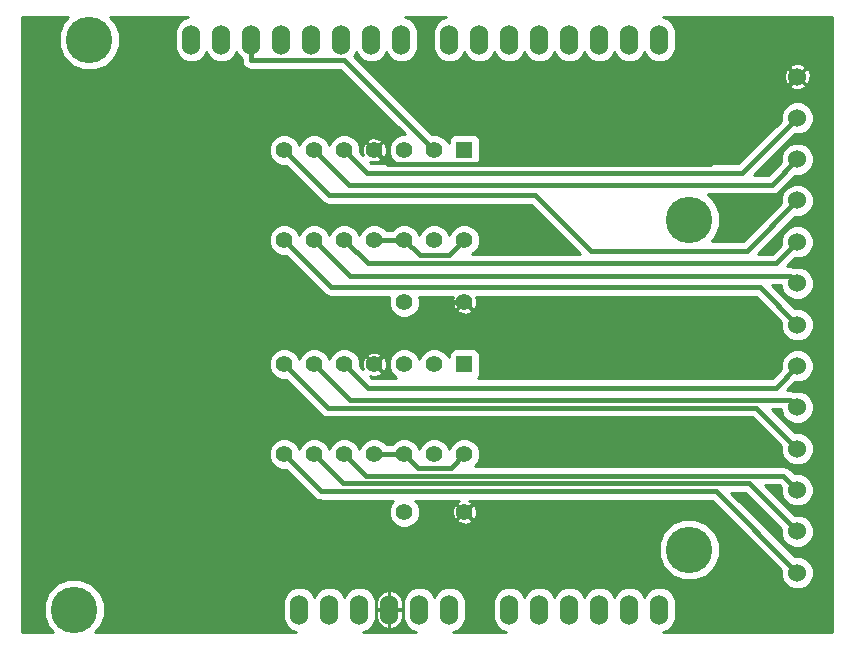
<source format=gtl>
G04 (created by PCBNEW-RS274X (2011-aug-04)-testing) date Mon 24 Sep 2012 03:04:33 PM PDT*
G01*
G70*
G90*
%MOIN*%
G04 Gerber Fmt 3.4, Leading zero omitted, Abs format*
%FSLAX34Y34*%
G04 APERTURE LIST*
%ADD10C,0.006000*%
%ADD11R,0.055000X0.055000*%
%ADD12C,0.055000*%
%ADD13C,0.060000*%
%ADD14O,0.060000X0.100000*%
%ADD15C,0.155000*%
%ADD16C,0.015000*%
%ADD17C,0.010000*%
G04 APERTURE END LIST*
G54D10*
G54D11*
X25000Y-20820D03*
G54D12*
X24000Y-20820D03*
X23000Y-20820D03*
X22000Y-20820D03*
X21000Y-20820D03*
X20000Y-20820D03*
X19000Y-20820D03*
X19000Y-23820D03*
X20000Y-23820D03*
X21000Y-23820D03*
X22000Y-23820D03*
X23000Y-23820D03*
X24000Y-23820D03*
X25000Y-23820D03*
G54D11*
X25000Y-13680D03*
G54D12*
X24000Y-13680D03*
X23000Y-13680D03*
X22000Y-13680D03*
X21000Y-13680D03*
X20000Y-13680D03*
X19000Y-13680D03*
X19000Y-16680D03*
X20000Y-16680D03*
X21000Y-16680D03*
X22000Y-16680D03*
X23000Y-16680D03*
X24000Y-16680D03*
X25000Y-16680D03*
G54D13*
X36101Y-27769D03*
X36100Y-26392D03*
X36099Y-25011D03*
X36100Y-23634D03*
X36100Y-22256D03*
X36100Y-20880D03*
X36100Y-19501D03*
X36099Y-18123D03*
X36099Y-16745D03*
X36099Y-15365D03*
X36098Y-12611D03*
X36099Y-13989D03*
X36099Y-11233D03*
G54D12*
X23000Y-25750D03*
X25000Y-25750D03*
X23000Y-18750D03*
X25000Y-18750D03*
G54D14*
X31500Y-29000D03*
X30500Y-29000D03*
X29500Y-29000D03*
X26500Y-29000D03*
X27500Y-29000D03*
X28500Y-29000D03*
X24500Y-29000D03*
X23500Y-29000D03*
X22500Y-29000D03*
X20500Y-29000D03*
X19500Y-29000D03*
X31500Y-10000D03*
X30500Y-10000D03*
X29500Y-10000D03*
X28500Y-10000D03*
X27500Y-10000D03*
X26500Y-10000D03*
X25500Y-10000D03*
X24500Y-10000D03*
X22900Y-10000D03*
X21900Y-10000D03*
X20900Y-10000D03*
X19900Y-10000D03*
X18900Y-10000D03*
X17900Y-10000D03*
X16900Y-10000D03*
X15900Y-10000D03*
X21500Y-29000D03*
G54D15*
X32500Y-27000D03*
X32500Y-16000D03*
X12500Y-10000D03*
X12000Y-29000D03*
G54D16*
X23515Y-17195D02*
X23000Y-16680D01*
X24485Y-17195D02*
X23515Y-17195D01*
X25000Y-16680D02*
X24485Y-17195D01*
X23000Y-16680D02*
X22000Y-16680D01*
X23000Y-23820D02*
X22000Y-23820D01*
X24541Y-24279D02*
X25000Y-23820D01*
X23459Y-24279D02*
X24541Y-24279D01*
X23000Y-23820D02*
X23459Y-24279D01*
X20226Y-25046D02*
X19000Y-23820D01*
X33378Y-25046D02*
X20226Y-25046D01*
X36101Y-27769D02*
X33378Y-25046D01*
X21713Y-24533D02*
X21000Y-23820D01*
X35621Y-24533D02*
X21713Y-24533D01*
X36099Y-25011D02*
X35621Y-24533D01*
X34494Y-24786D02*
X36100Y-26392D01*
X20966Y-24786D02*
X34494Y-24786D01*
X20000Y-23820D02*
X20966Y-24786D01*
X20449Y-22269D02*
X19000Y-20820D01*
X34735Y-22269D02*
X20449Y-22269D01*
X36100Y-23634D02*
X34735Y-22269D01*
X21782Y-21602D02*
X21000Y-20820D01*
X35378Y-21602D02*
X21782Y-21602D01*
X36100Y-20880D02*
X35378Y-21602D01*
X21183Y-22003D02*
X20000Y-20820D01*
X35847Y-22003D02*
X21183Y-22003D01*
X36100Y-22256D02*
X35847Y-22003D01*
X20568Y-18248D02*
X19000Y-16680D01*
X34847Y-18248D02*
X20568Y-18248D01*
X36100Y-19501D02*
X34847Y-18248D01*
X21785Y-17465D02*
X21000Y-16680D01*
X35379Y-17465D02*
X21785Y-17465D01*
X36099Y-16745D02*
X35379Y-17465D01*
X21190Y-17870D02*
X20000Y-16680D01*
X35846Y-17870D02*
X21190Y-17870D01*
X36099Y-18123D02*
X35846Y-17870D01*
X20500Y-15180D02*
X19000Y-13680D01*
X27360Y-15180D02*
X20500Y-15180D01*
X29215Y-17035D02*
X27360Y-15180D01*
X34429Y-17035D02*
X29215Y-17035D01*
X36099Y-15365D02*
X34429Y-17035D01*
X21769Y-14449D02*
X21000Y-13680D01*
X34260Y-14449D02*
X21769Y-14449D01*
X36098Y-12611D02*
X34260Y-14449D01*
X21157Y-14837D02*
X20000Y-13680D01*
X35251Y-14837D02*
X21157Y-14837D01*
X36099Y-13989D02*
X35251Y-14837D01*
X20998Y-10678D02*
X24000Y-13680D01*
X17900Y-10678D02*
X20998Y-10678D01*
X17900Y-10000D02*
X17900Y-10678D01*
X24070Y-18750D02*
X25000Y-18750D01*
X22000Y-20820D02*
X24070Y-18750D01*
X22454Y-14134D02*
X22000Y-13680D01*
X33198Y-14134D02*
X22454Y-14134D01*
X36099Y-11233D02*
X33198Y-14134D01*
G54D10*
G36*
X37250Y-29750D02*
X36650Y-29750D01*
X36650Y-27878D01*
X36650Y-27660D01*
X36566Y-27458D01*
X36412Y-27304D01*
X36210Y-27220D01*
X36011Y-27220D01*
X33902Y-25111D01*
X34359Y-25111D01*
X35551Y-26303D01*
X35551Y-26501D01*
X35635Y-26703D01*
X35789Y-26857D01*
X35991Y-26941D01*
X36209Y-26941D01*
X36411Y-26857D01*
X36565Y-26703D01*
X36649Y-26501D01*
X36649Y-26283D01*
X36649Y-23743D01*
X36649Y-23525D01*
X36565Y-23323D01*
X36411Y-23169D01*
X36209Y-23085D01*
X36011Y-23085D01*
X35254Y-22328D01*
X35551Y-22328D01*
X35551Y-22365D01*
X35635Y-22567D01*
X35789Y-22721D01*
X35991Y-22805D01*
X36209Y-22805D01*
X36411Y-22721D01*
X36565Y-22567D01*
X36649Y-22365D01*
X36649Y-22147D01*
X36565Y-21945D01*
X36411Y-21791D01*
X36209Y-21707D01*
X35991Y-21707D01*
X35982Y-21710D01*
X35971Y-21703D01*
X35847Y-21678D01*
X35762Y-21678D01*
X36011Y-21429D01*
X36209Y-21429D01*
X36411Y-21345D01*
X36565Y-21191D01*
X36649Y-20989D01*
X36649Y-20771D01*
X36565Y-20569D01*
X36411Y-20415D01*
X36209Y-20331D01*
X35991Y-20331D01*
X35789Y-20415D01*
X35635Y-20569D01*
X35551Y-20771D01*
X35551Y-20969D01*
X35243Y-21277D01*
X25445Y-21277D01*
X25486Y-21236D01*
X25524Y-21145D01*
X25524Y-21046D01*
X25524Y-20496D01*
X25486Y-20404D01*
X25416Y-20334D01*
X25325Y-20296D01*
X25270Y-20296D01*
X25270Y-19027D01*
X25000Y-18757D01*
X24730Y-19027D01*
X24755Y-19096D01*
X24906Y-19164D01*
X25071Y-19168D01*
X25226Y-19109D01*
X25245Y-19096D01*
X25270Y-19027D01*
X25270Y-20296D01*
X25226Y-20296D01*
X24676Y-20296D01*
X24584Y-20334D01*
X24514Y-20404D01*
X24476Y-20495D01*
X24476Y-20594D01*
X24476Y-20597D01*
X24445Y-20523D01*
X24298Y-20375D01*
X24105Y-20295D01*
X23896Y-20295D01*
X23703Y-20375D01*
X23555Y-20522D01*
X23499Y-20655D01*
X23445Y-20523D01*
X23298Y-20375D01*
X23105Y-20295D01*
X22896Y-20295D01*
X22703Y-20375D01*
X22555Y-20522D01*
X22475Y-20715D01*
X22475Y-20924D01*
X22555Y-21117D01*
X22702Y-21265D01*
X22730Y-21277D01*
X22418Y-21277D01*
X22418Y-20749D01*
X22359Y-20594D01*
X22346Y-20575D01*
X22277Y-20550D01*
X22270Y-20557D01*
X22270Y-20543D01*
X22245Y-20474D01*
X22094Y-20406D01*
X21929Y-20402D01*
X21774Y-20461D01*
X21755Y-20474D01*
X21730Y-20543D01*
X22000Y-20813D01*
X22270Y-20543D01*
X22270Y-20557D01*
X22007Y-20820D01*
X22277Y-21090D01*
X22346Y-21065D01*
X22414Y-20914D01*
X22418Y-20749D01*
X22418Y-21277D01*
X21916Y-21277D01*
X21846Y-21207D01*
X21906Y-21234D01*
X22071Y-21238D01*
X22226Y-21179D01*
X22245Y-21166D01*
X22270Y-21097D01*
X22035Y-20862D01*
X22000Y-20827D01*
X21993Y-20820D01*
X21958Y-20785D01*
X21723Y-20550D01*
X21654Y-20575D01*
X21586Y-20726D01*
X21582Y-20891D01*
X21613Y-20974D01*
X21525Y-20885D01*
X21525Y-20716D01*
X21445Y-20523D01*
X21298Y-20375D01*
X21105Y-20295D01*
X20896Y-20295D01*
X20703Y-20375D01*
X20555Y-20522D01*
X20499Y-20655D01*
X20445Y-20523D01*
X20298Y-20375D01*
X20105Y-20295D01*
X19896Y-20295D01*
X19703Y-20375D01*
X19555Y-20522D01*
X19499Y-20655D01*
X19445Y-20523D01*
X19298Y-20375D01*
X19105Y-20295D01*
X18896Y-20295D01*
X18703Y-20375D01*
X18555Y-20522D01*
X18475Y-20715D01*
X18475Y-20924D01*
X18555Y-21117D01*
X18702Y-21265D01*
X18895Y-21345D01*
X19065Y-21345D01*
X20219Y-22499D01*
X20324Y-22569D01*
X20325Y-22569D01*
X20449Y-22594D01*
X34600Y-22594D01*
X35551Y-23545D01*
X35551Y-23743D01*
X35635Y-23945D01*
X35789Y-24099D01*
X35991Y-24183D01*
X36209Y-24183D01*
X36411Y-24099D01*
X36565Y-23945D01*
X36649Y-23743D01*
X36649Y-26283D01*
X36565Y-26081D01*
X36411Y-25927D01*
X36209Y-25843D01*
X36011Y-25843D01*
X35026Y-24858D01*
X35486Y-24858D01*
X35550Y-24922D01*
X35550Y-25120D01*
X35634Y-25322D01*
X35788Y-25476D01*
X35990Y-25560D01*
X36208Y-25560D01*
X36410Y-25476D01*
X36564Y-25322D01*
X36648Y-25120D01*
X36648Y-24902D01*
X36564Y-24700D01*
X36410Y-24546D01*
X36208Y-24462D01*
X36010Y-24462D01*
X35851Y-24303D01*
X35745Y-24233D01*
X35621Y-24208D01*
X25354Y-24208D01*
X25445Y-24118D01*
X25525Y-23925D01*
X25525Y-23716D01*
X25445Y-23523D01*
X25298Y-23375D01*
X25105Y-23295D01*
X24896Y-23295D01*
X24703Y-23375D01*
X24555Y-23522D01*
X24499Y-23655D01*
X24445Y-23523D01*
X24298Y-23375D01*
X24105Y-23295D01*
X23896Y-23295D01*
X23703Y-23375D01*
X23555Y-23522D01*
X23499Y-23655D01*
X23445Y-23523D01*
X23298Y-23375D01*
X23105Y-23295D01*
X22896Y-23295D01*
X22703Y-23375D01*
X22582Y-23495D01*
X22417Y-23495D01*
X22298Y-23375D01*
X22105Y-23295D01*
X21896Y-23295D01*
X21703Y-23375D01*
X21555Y-23522D01*
X21499Y-23655D01*
X21445Y-23523D01*
X21298Y-23375D01*
X21105Y-23295D01*
X20896Y-23295D01*
X20703Y-23375D01*
X20555Y-23522D01*
X20499Y-23655D01*
X20445Y-23523D01*
X20298Y-23375D01*
X20105Y-23295D01*
X19896Y-23295D01*
X19703Y-23375D01*
X19555Y-23522D01*
X19499Y-23655D01*
X19445Y-23523D01*
X19298Y-23375D01*
X19105Y-23295D01*
X18896Y-23295D01*
X18703Y-23375D01*
X18555Y-23522D01*
X18475Y-23715D01*
X18475Y-23924D01*
X18555Y-24117D01*
X18702Y-24265D01*
X18895Y-24345D01*
X19065Y-24345D01*
X19994Y-25273D01*
X19996Y-25276D01*
X20101Y-25345D01*
X20102Y-25346D01*
X20200Y-25365D01*
X20225Y-25371D01*
X20225Y-25370D01*
X20226Y-25371D01*
X22636Y-25371D01*
X22555Y-25452D01*
X22475Y-25645D01*
X22475Y-25854D01*
X22555Y-26047D01*
X22702Y-26195D01*
X22895Y-26275D01*
X23104Y-26275D01*
X23297Y-26195D01*
X23445Y-26048D01*
X23525Y-25855D01*
X23525Y-25646D01*
X23445Y-25453D01*
X23363Y-25371D01*
X24826Y-25371D01*
X24774Y-25391D01*
X24755Y-25404D01*
X24730Y-25473D01*
X25000Y-25743D01*
X25270Y-25473D01*
X25245Y-25404D01*
X25171Y-25371D01*
X33243Y-25371D01*
X35552Y-27679D01*
X35552Y-27878D01*
X35636Y-28080D01*
X35790Y-28234D01*
X35992Y-28318D01*
X36210Y-28318D01*
X36412Y-28234D01*
X36566Y-28080D01*
X36650Y-27878D01*
X36650Y-29750D01*
X33525Y-29750D01*
X33525Y-27205D01*
X33525Y-26797D01*
X33369Y-26420D01*
X33081Y-26132D01*
X32705Y-25975D01*
X32297Y-25975D01*
X31920Y-26131D01*
X31632Y-26419D01*
X31475Y-26795D01*
X31475Y-27203D01*
X31631Y-27580D01*
X31919Y-27868D01*
X32295Y-28025D01*
X32703Y-28025D01*
X33080Y-27869D01*
X33368Y-27581D01*
X33525Y-27205D01*
X33525Y-29750D01*
X31616Y-29750D01*
X31806Y-29672D01*
X31957Y-29520D01*
X32040Y-29322D01*
X32040Y-29107D01*
X32040Y-28679D01*
X31958Y-28480D01*
X31806Y-28329D01*
X31608Y-28246D01*
X31393Y-28246D01*
X31194Y-28328D01*
X31043Y-28480D01*
X31000Y-28582D01*
X30958Y-28480D01*
X30806Y-28329D01*
X30608Y-28246D01*
X30393Y-28246D01*
X30194Y-28328D01*
X30043Y-28480D01*
X30000Y-28582D01*
X29958Y-28480D01*
X29806Y-28329D01*
X29608Y-28246D01*
X29393Y-28246D01*
X29194Y-28328D01*
X29043Y-28480D01*
X29000Y-28582D01*
X28958Y-28480D01*
X28806Y-28329D01*
X28608Y-28246D01*
X28393Y-28246D01*
X28194Y-28328D01*
X28043Y-28480D01*
X28000Y-28582D01*
X27958Y-28480D01*
X27806Y-28329D01*
X27608Y-28246D01*
X27393Y-28246D01*
X27194Y-28328D01*
X27043Y-28480D01*
X27000Y-28582D01*
X26958Y-28480D01*
X26806Y-28329D01*
X26608Y-28246D01*
X26393Y-28246D01*
X26194Y-28328D01*
X26043Y-28480D01*
X25960Y-28678D01*
X25960Y-28893D01*
X25960Y-29321D01*
X26042Y-29520D01*
X26194Y-29671D01*
X26382Y-29750D01*
X25418Y-29750D01*
X25418Y-25679D01*
X25359Y-25524D01*
X25346Y-25505D01*
X25277Y-25480D01*
X25007Y-25750D01*
X25277Y-26020D01*
X25346Y-25995D01*
X25414Y-25844D01*
X25418Y-25679D01*
X25418Y-29750D01*
X25270Y-29750D01*
X25270Y-26027D01*
X25000Y-25757D01*
X24993Y-25764D01*
X24993Y-25750D01*
X24723Y-25480D01*
X24654Y-25505D01*
X24586Y-25656D01*
X24582Y-25821D01*
X24641Y-25976D01*
X24654Y-25995D01*
X24723Y-26020D01*
X24993Y-25750D01*
X24993Y-25764D01*
X24730Y-26027D01*
X24755Y-26096D01*
X24906Y-26164D01*
X25071Y-26168D01*
X25226Y-26109D01*
X25245Y-26096D01*
X25270Y-26027D01*
X25270Y-29750D01*
X24616Y-29750D01*
X24806Y-29672D01*
X24957Y-29520D01*
X25040Y-29322D01*
X25040Y-29107D01*
X25040Y-28679D01*
X24958Y-28480D01*
X24806Y-28329D01*
X24608Y-28246D01*
X24393Y-28246D01*
X24194Y-28328D01*
X24043Y-28480D01*
X24000Y-28582D01*
X23958Y-28480D01*
X23806Y-28329D01*
X23608Y-28246D01*
X23393Y-28246D01*
X23194Y-28328D01*
X23043Y-28480D01*
X22960Y-28678D01*
X22960Y-28893D01*
X22960Y-29321D01*
X23042Y-29520D01*
X23194Y-29671D01*
X23382Y-29750D01*
X22950Y-29750D01*
X22950Y-29295D01*
X22950Y-29005D01*
X22950Y-28995D01*
X22950Y-28705D01*
X22879Y-28540D01*
X22751Y-28415D01*
X22575Y-28357D01*
X22505Y-28388D01*
X22505Y-28995D01*
X22950Y-28995D01*
X22950Y-29005D01*
X22505Y-29005D01*
X22505Y-29612D01*
X22575Y-29643D01*
X22751Y-29585D01*
X22879Y-29460D01*
X22950Y-29295D01*
X22950Y-29750D01*
X22495Y-29750D01*
X22495Y-29612D01*
X22495Y-29005D01*
X22495Y-28995D01*
X22495Y-28388D01*
X22425Y-28357D01*
X22249Y-28415D01*
X22121Y-28540D01*
X22050Y-28705D01*
X22050Y-28995D01*
X22495Y-28995D01*
X22495Y-29005D01*
X22050Y-29005D01*
X22050Y-29295D01*
X22121Y-29460D01*
X22249Y-29585D01*
X22425Y-29643D01*
X22495Y-29612D01*
X22495Y-29750D01*
X21616Y-29750D01*
X21806Y-29672D01*
X21957Y-29520D01*
X22040Y-29322D01*
X22040Y-29107D01*
X22040Y-28679D01*
X21958Y-28480D01*
X21806Y-28329D01*
X21608Y-28246D01*
X21393Y-28246D01*
X21194Y-28328D01*
X21043Y-28480D01*
X21000Y-28582D01*
X20958Y-28480D01*
X20806Y-28329D01*
X20608Y-28246D01*
X20393Y-28246D01*
X20194Y-28328D01*
X20043Y-28480D01*
X20000Y-28582D01*
X19958Y-28480D01*
X19806Y-28329D01*
X19608Y-28246D01*
X19393Y-28246D01*
X19194Y-28328D01*
X19043Y-28480D01*
X18960Y-28678D01*
X18960Y-28893D01*
X18960Y-29321D01*
X19042Y-29520D01*
X19194Y-29671D01*
X19382Y-29750D01*
X12699Y-29750D01*
X12868Y-29581D01*
X13025Y-29205D01*
X13025Y-28797D01*
X12869Y-28420D01*
X12581Y-28132D01*
X12205Y-27975D01*
X11797Y-27975D01*
X11420Y-28131D01*
X11132Y-28419D01*
X10975Y-28795D01*
X10975Y-29203D01*
X11131Y-29580D01*
X11301Y-29750D01*
X10250Y-29750D01*
X10250Y-09250D01*
X11801Y-09250D01*
X11632Y-09419D01*
X11475Y-09795D01*
X11475Y-10203D01*
X11631Y-10580D01*
X11919Y-10868D01*
X12295Y-11025D01*
X12703Y-11025D01*
X13080Y-10869D01*
X13368Y-10581D01*
X13525Y-10205D01*
X13525Y-09797D01*
X13369Y-09420D01*
X13199Y-09250D01*
X15783Y-09250D01*
X15594Y-09328D01*
X15443Y-09480D01*
X15360Y-09678D01*
X15360Y-09893D01*
X15360Y-10321D01*
X15442Y-10520D01*
X15594Y-10671D01*
X15792Y-10754D01*
X16007Y-10754D01*
X16206Y-10672D01*
X16357Y-10520D01*
X16399Y-10417D01*
X16442Y-10520D01*
X16594Y-10671D01*
X16792Y-10754D01*
X17007Y-10754D01*
X17206Y-10672D01*
X17357Y-10520D01*
X17399Y-10417D01*
X17442Y-10520D01*
X17575Y-10652D01*
X17575Y-10678D01*
X17600Y-10802D01*
X17670Y-10908D01*
X17776Y-10978D01*
X17900Y-11003D01*
X20863Y-11003D01*
X23015Y-13155D01*
X22896Y-13155D01*
X22703Y-13235D01*
X22555Y-13382D01*
X22475Y-13575D01*
X22475Y-13784D01*
X22555Y-13977D01*
X22701Y-14124D01*
X22418Y-14124D01*
X22418Y-13609D01*
X22359Y-13454D01*
X22346Y-13435D01*
X22277Y-13410D01*
X22270Y-13417D01*
X22270Y-13403D01*
X22245Y-13334D01*
X22094Y-13266D01*
X21929Y-13262D01*
X21774Y-13321D01*
X21755Y-13334D01*
X21730Y-13403D01*
X22000Y-13673D01*
X22270Y-13403D01*
X22270Y-13417D01*
X22007Y-13680D01*
X22277Y-13950D01*
X22346Y-13925D01*
X22414Y-13774D01*
X22418Y-13609D01*
X22418Y-14124D01*
X21903Y-14124D01*
X21846Y-14067D01*
X21906Y-14094D01*
X22071Y-14098D01*
X22226Y-14039D01*
X22245Y-14026D01*
X22270Y-13957D01*
X22035Y-13722D01*
X22000Y-13687D01*
X21993Y-13680D01*
X21958Y-13645D01*
X21723Y-13410D01*
X21654Y-13435D01*
X21586Y-13586D01*
X21582Y-13751D01*
X21613Y-13834D01*
X21525Y-13745D01*
X21525Y-13576D01*
X21445Y-13383D01*
X21298Y-13235D01*
X21105Y-13155D01*
X20896Y-13155D01*
X20703Y-13235D01*
X20555Y-13382D01*
X20499Y-13515D01*
X20445Y-13383D01*
X20298Y-13235D01*
X20105Y-13155D01*
X19896Y-13155D01*
X19703Y-13235D01*
X19555Y-13382D01*
X19499Y-13515D01*
X19445Y-13383D01*
X19298Y-13235D01*
X19105Y-13155D01*
X18896Y-13155D01*
X18703Y-13235D01*
X18555Y-13382D01*
X18475Y-13575D01*
X18475Y-13784D01*
X18555Y-13977D01*
X18702Y-14125D01*
X18895Y-14205D01*
X19065Y-14205D01*
X20270Y-15410D01*
X20375Y-15480D01*
X20376Y-15480D01*
X20500Y-15505D01*
X27225Y-15505D01*
X28860Y-17140D01*
X25260Y-17140D01*
X25297Y-17125D01*
X25445Y-16978D01*
X25525Y-16785D01*
X25525Y-16576D01*
X25445Y-16383D01*
X25298Y-16235D01*
X25105Y-16155D01*
X24896Y-16155D01*
X24703Y-16235D01*
X24555Y-16382D01*
X24499Y-16515D01*
X24445Y-16383D01*
X24298Y-16235D01*
X24105Y-16155D01*
X23896Y-16155D01*
X23703Y-16235D01*
X23555Y-16382D01*
X23499Y-16515D01*
X23445Y-16383D01*
X23298Y-16235D01*
X23105Y-16155D01*
X22896Y-16155D01*
X22703Y-16235D01*
X22582Y-16355D01*
X22417Y-16355D01*
X22298Y-16235D01*
X22105Y-16155D01*
X21896Y-16155D01*
X21703Y-16235D01*
X21555Y-16382D01*
X21499Y-16515D01*
X21445Y-16383D01*
X21298Y-16235D01*
X21105Y-16155D01*
X20896Y-16155D01*
X20703Y-16235D01*
X20555Y-16382D01*
X20499Y-16515D01*
X20445Y-16383D01*
X20298Y-16235D01*
X20105Y-16155D01*
X19896Y-16155D01*
X19703Y-16235D01*
X19555Y-16382D01*
X19499Y-16515D01*
X19445Y-16383D01*
X19298Y-16235D01*
X19105Y-16155D01*
X18896Y-16155D01*
X18703Y-16235D01*
X18555Y-16382D01*
X18475Y-16575D01*
X18475Y-16784D01*
X18555Y-16977D01*
X18702Y-17125D01*
X18895Y-17205D01*
X19065Y-17205D01*
X20336Y-18475D01*
X20338Y-18478D01*
X20443Y-18547D01*
X20444Y-18548D01*
X20568Y-18573D01*
X22504Y-18573D01*
X22475Y-18645D01*
X22475Y-18854D01*
X22555Y-19047D01*
X22702Y-19195D01*
X22895Y-19275D01*
X23104Y-19275D01*
X23297Y-19195D01*
X23445Y-19048D01*
X23525Y-18855D01*
X23525Y-18646D01*
X23494Y-18573D01*
X24623Y-18573D01*
X24586Y-18656D01*
X24582Y-18821D01*
X24641Y-18976D01*
X24654Y-18995D01*
X24723Y-19020D01*
X24958Y-18785D01*
X24993Y-18750D01*
X25000Y-18743D01*
X25007Y-18750D01*
X25042Y-18785D01*
X25277Y-19020D01*
X25346Y-18995D01*
X25414Y-18844D01*
X25418Y-18679D01*
X25377Y-18573D01*
X34712Y-18573D01*
X35551Y-19412D01*
X35551Y-19610D01*
X35635Y-19812D01*
X35789Y-19966D01*
X35991Y-20050D01*
X36209Y-20050D01*
X36411Y-19966D01*
X36565Y-19812D01*
X36649Y-19610D01*
X36649Y-19392D01*
X36565Y-19190D01*
X36411Y-19036D01*
X36209Y-18952D01*
X36011Y-18952D01*
X35254Y-18195D01*
X35550Y-18195D01*
X35550Y-18232D01*
X35634Y-18434D01*
X35788Y-18588D01*
X35990Y-18672D01*
X36208Y-18672D01*
X36410Y-18588D01*
X36564Y-18434D01*
X36648Y-18232D01*
X36648Y-18014D01*
X36564Y-17812D01*
X36410Y-17658D01*
X36208Y-17574D01*
X35990Y-17574D01*
X35981Y-17577D01*
X35970Y-17570D01*
X35846Y-17545D01*
X35759Y-17545D01*
X36010Y-17294D01*
X36208Y-17294D01*
X36410Y-17210D01*
X36564Y-17056D01*
X36648Y-16854D01*
X36648Y-16636D01*
X36564Y-16434D01*
X36410Y-16280D01*
X36208Y-16196D01*
X35990Y-16196D01*
X35788Y-16280D01*
X35634Y-16434D01*
X35550Y-16636D01*
X35550Y-16834D01*
X35244Y-17140D01*
X34783Y-17140D01*
X36009Y-15914D01*
X36208Y-15914D01*
X36410Y-15830D01*
X36564Y-15676D01*
X36648Y-15474D01*
X36648Y-15256D01*
X36564Y-15054D01*
X36410Y-14900D01*
X36208Y-14816D01*
X35990Y-14816D01*
X35788Y-14900D01*
X35634Y-15054D01*
X35550Y-15256D01*
X35550Y-15454D01*
X34294Y-16710D01*
X33239Y-16710D01*
X33368Y-16581D01*
X33525Y-16205D01*
X33525Y-15797D01*
X33369Y-15420D01*
X33111Y-15162D01*
X35251Y-15162D01*
X35375Y-15137D01*
X35481Y-15067D01*
X36010Y-14538D01*
X36208Y-14538D01*
X36410Y-14454D01*
X36564Y-14300D01*
X36648Y-14098D01*
X36648Y-13880D01*
X36564Y-13678D01*
X36410Y-13524D01*
X36208Y-13440D01*
X35990Y-13440D01*
X35788Y-13524D01*
X35634Y-13678D01*
X35550Y-13880D01*
X35550Y-14078D01*
X35116Y-14512D01*
X34657Y-14512D01*
X36009Y-13160D01*
X36207Y-13160D01*
X36409Y-13076D01*
X36563Y-12922D01*
X36647Y-12720D01*
X36647Y-12502D01*
X36563Y-12300D01*
X36543Y-12280D01*
X36543Y-11158D01*
X36481Y-10994D01*
X36465Y-10973D01*
X36394Y-10945D01*
X36387Y-10952D01*
X36387Y-10938D01*
X36359Y-10867D01*
X36199Y-10795D01*
X36024Y-10789D01*
X35860Y-10851D01*
X35839Y-10867D01*
X35811Y-10938D01*
X36099Y-11226D01*
X36387Y-10938D01*
X36387Y-10952D01*
X36106Y-11233D01*
X36394Y-11521D01*
X36465Y-11493D01*
X36537Y-11333D01*
X36543Y-11158D01*
X36543Y-12280D01*
X36409Y-12146D01*
X36387Y-12136D01*
X36387Y-11528D01*
X36099Y-11240D01*
X36092Y-11247D01*
X36092Y-11233D01*
X35804Y-10945D01*
X35733Y-10973D01*
X35661Y-11133D01*
X35655Y-11308D01*
X35717Y-11472D01*
X35733Y-11493D01*
X35804Y-11521D01*
X36092Y-11233D01*
X36092Y-11247D01*
X35811Y-11528D01*
X35839Y-11599D01*
X35999Y-11671D01*
X36174Y-11677D01*
X36338Y-11615D01*
X36359Y-11599D01*
X36387Y-11528D01*
X36387Y-12136D01*
X36207Y-12062D01*
X35989Y-12062D01*
X35787Y-12146D01*
X35633Y-12300D01*
X35549Y-12502D01*
X35549Y-12700D01*
X34125Y-14124D01*
X25458Y-14124D01*
X25486Y-14096D01*
X25524Y-14005D01*
X25524Y-13906D01*
X25524Y-13356D01*
X25486Y-13264D01*
X25416Y-13194D01*
X25325Y-13156D01*
X25226Y-13156D01*
X24676Y-13156D01*
X24584Y-13194D01*
X24514Y-13264D01*
X24476Y-13355D01*
X24476Y-13454D01*
X24476Y-13457D01*
X24445Y-13383D01*
X24298Y-13235D01*
X24105Y-13155D01*
X23934Y-13155D01*
X21328Y-10548D01*
X21357Y-10520D01*
X21399Y-10417D01*
X21442Y-10520D01*
X21594Y-10671D01*
X21792Y-10754D01*
X22007Y-10754D01*
X22206Y-10672D01*
X22357Y-10520D01*
X22399Y-10417D01*
X22442Y-10520D01*
X22594Y-10671D01*
X22792Y-10754D01*
X23007Y-10754D01*
X23206Y-10672D01*
X23357Y-10520D01*
X23440Y-10322D01*
X23440Y-10107D01*
X23440Y-09679D01*
X23358Y-09480D01*
X23206Y-09329D01*
X23017Y-09250D01*
X24383Y-09250D01*
X24194Y-09328D01*
X24043Y-09480D01*
X23960Y-09678D01*
X23960Y-09893D01*
X23960Y-10321D01*
X24042Y-10520D01*
X24194Y-10671D01*
X24392Y-10754D01*
X24607Y-10754D01*
X24806Y-10672D01*
X24957Y-10520D01*
X24999Y-10417D01*
X25042Y-10520D01*
X25194Y-10671D01*
X25392Y-10754D01*
X25607Y-10754D01*
X25806Y-10672D01*
X25957Y-10520D01*
X25999Y-10417D01*
X26042Y-10520D01*
X26194Y-10671D01*
X26392Y-10754D01*
X26607Y-10754D01*
X26806Y-10672D01*
X26957Y-10520D01*
X26999Y-10417D01*
X27042Y-10520D01*
X27194Y-10671D01*
X27392Y-10754D01*
X27607Y-10754D01*
X27806Y-10672D01*
X27957Y-10520D01*
X27999Y-10417D01*
X28042Y-10520D01*
X28194Y-10671D01*
X28392Y-10754D01*
X28607Y-10754D01*
X28806Y-10672D01*
X28957Y-10520D01*
X28999Y-10417D01*
X29042Y-10520D01*
X29194Y-10671D01*
X29392Y-10754D01*
X29607Y-10754D01*
X29806Y-10672D01*
X29957Y-10520D01*
X29999Y-10417D01*
X30042Y-10520D01*
X30194Y-10671D01*
X30392Y-10754D01*
X30607Y-10754D01*
X30806Y-10672D01*
X30957Y-10520D01*
X30999Y-10417D01*
X31042Y-10520D01*
X31194Y-10671D01*
X31392Y-10754D01*
X31607Y-10754D01*
X31806Y-10672D01*
X31957Y-10520D01*
X32040Y-10322D01*
X32040Y-10107D01*
X32040Y-09679D01*
X31958Y-09480D01*
X31806Y-09329D01*
X31617Y-09250D01*
X37250Y-09250D01*
X37250Y-29750D01*
X37250Y-29750D01*
G37*
G54D17*
X37250Y-29750D02*
X36650Y-29750D01*
X36650Y-27878D01*
X36650Y-27660D01*
X36566Y-27458D01*
X36412Y-27304D01*
X36210Y-27220D01*
X36011Y-27220D01*
X33902Y-25111D01*
X34359Y-25111D01*
X35551Y-26303D01*
X35551Y-26501D01*
X35635Y-26703D01*
X35789Y-26857D01*
X35991Y-26941D01*
X36209Y-26941D01*
X36411Y-26857D01*
X36565Y-26703D01*
X36649Y-26501D01*
X36649Y-26283D01*
X36649Y-23743D01*
X36649Y-23525D01*
X36565Y-23323D01*
X36411Y-23169D01*
X36209Y-23085D01*
X36011Y-23085D01*
X35254Y-22328D01*
X35551Y-22328D01*
X35551Y-22365D01*
X35635Y-22567D01*
X35789Y-22721D01*
X35991Y-22805D01*
X36209Y-22805D01*
X36411Y-22721D01*
X36565Y-22567D01*
X36649Y-22365D01*
X36649Y-22147D01*
X36565Y-21945D01*
X36411Y-21791D01*
X36209Y-21707D01*
X35991Y-21707D01*
X35982Y-21710D01*
X35971Y-21703D01*
X35847Y-21678D01*
X35762Y-21678D01*
X36011Y-21429D01*
X36209Y-21429D01*
X36411Y-21345D01*
X36565Y-21191D01*
X36649Y-20989D01*
X36649Y-20771D01*
X36565Y-20569D01*
X36411Y-20415D01*
X36209Y-20331D01*
X35991Y-20331D01*
X35789Y-20415D01*
X35635Y-20569D01*
X35551Y-20771D01*
X35551Y-20969D01*
X35243Y-21277D01*
X25445Y-21277D01*
X25486Y-21236D01*
X25524Y-21145D01*
X25524Y-21046D01*
X25524Y-20496D01*
X25486Y-20404D01*
X25416Y-20334D01*
X25325Y-20296D01*
X25270Y-20296D01*
X25270Y-19027D01*
X25000Y-18757D01*
X24730Y-19027D01*
X24755Y-19096D01*
X24906Y-19164D01*
X25071Y-19168D01*
X25226Y-19109D01*
X25245Y-19096D01*
X25270Y-19027D01*
X25270Y-20296D01*
X25226Y-20296D01*
X24676Y-20296D01*
X24584Y-20334D01*
X24514Y-20404D01*
X24476Y-20495D01*
X24476Y-20594D01*
X24476Y-20597D01*
X24445Y-20523D01*
X24298Y-20375D01*
X24105Y-20295D01*
X23896Y-20295D01*
X23703Y-20375D01*
X23555Y-20522D01*
X23499Y-20655D01*
X23445Y-20523D01*
X23298Y-20375D01*
X23105Y-20295D01*
X22896Y-20295D01*
X22703Y-20375D01*
X22555Y-20522D01*
X22475Y-20715D01*
X22475Y-20924D01*
X22555Y-21117D01*
X22702Y-21265D01*
X22730Y-21277D01*
X22418Y-21277D01*
X22418Y-20749D01*
X22359Y-20594D01*
X22346Y-20575D01*
X22277Y-20550D01*
X22270Y-20557D01*
X22270Y-20543D01*
X22245Y-20474D01*
X22094Y-20406D01*
X21929Y-20402D01*
X21774Y-20461D01*
X21755Y-20474D01*
X21730Y-20543D01*
X22000Y-20813D01*
X22270Y-20543D01*
X22270Y-20557D01*
X22007Y-20820D01*
X22277Y-21090D01*
X22346Y-21065D01*
X22414Y-20914D01*
X22418Y-20749D01*
X22418Y-21277D01*
X21916Y-21277D01*
X21846Y-21207D01*
X21906Y-21234D01*
X22071Y-21238D01*
X22226Y-21179D01*
X22245Y-21166D01*
X22270Y-21097D01*
X22035Y-20862D01*
X22000Y-20827D01*
X21993Y-20820D01*
X21958Y-20785D01*
X21723Y-20550D01*
X21654Y-20575D01*
X21586Y-20726D01*
X21582Y-20891D01*
X21613Y-20974D01*
X21525Y-20885D01*
X21525Y-20716D01*
X21445Y-20523D01*
X21298Y-20375D01*
X21105Y-20295D01*
X20896Y-20295D01*
X20703Y-20375D01*
X20555Y-20522D01*
X20499Y-20655D01*
X20445Y-20523D01*
X20298Y-20375D01*
X20105Y-20295D01*
X19896Y-20295D01*
X19703Y-20375D01*
X19555Y-20522D01*
X19499Y-20655D01*
X19445Y-20523D01*
X19298Y-20375D01*
X19105Y-20295D01*
X18896Y-20295D01*
X18703Y-20375D01*
X18555Y-20522D01*
X18475Y-20715D01*
X18475Y-20924D01*
X18555Y-21117D01*
X18702Y-21265D01*
X18895Y-21345D01*
X19065Y-21345D01*
X20219Y-22499D01*
X20324Y-22569D01*
X20325Y-22569D01*
X20449Y-22594D01*
X34600Y-22594D01*
X35551Y-23545D01*
X35551Y-23743D01*
X35635Y-23945D01*
X35789Y-24099D01*
X35991Y-24183D01*
X36209Y-24183D01*
X36411Y-24099D01*
X36565Y-23945D01*
X36649Y-23743D01*
X36649Y-26283D01*
X36565Y-26081D01*
X36411Y-25927D01*
X36209Y-25843D01*
X36011Y-25843D01*
X35026Y-24858D01*
X35486Y-24858D01*
X35550Y-24922D01*
X35550Y-25120D01*
X35634Y-25322D01*
X35788Y-25476D01*
X35990Y-25560D01*
X36208Y-25560D01*
X36410Y-25476D01*
X36564Y-25322D01*
X36648Y-25120D01*
X36648Y-24902D01*
X36564Y-24700D01*
X36410Y-24546D01*
X36208Y-24462D01*
X36010Y-24462D01*
X35851Y-24303D01*
X35745Y-24233D01*
X35621Y-24208D01*
X25354Y-24208D01*
X25445Y-24118D01*
X25525Y-23925D01*
X25525Y-23716D01*
X25445Y-23523D01*
X25298Y-23375D01*
X25105Y-23295D01*
X24896Y-23295D01*
X24703Y-23375D01*
X24555Y-23522D01*
X24499Y-23655D01*
X24445Y-23523D01*
X24298Y-23375D01*
X24105Y-23295D01*
X23896Y-23295D01*
X23703Y-23375D01*
X23555Y-23522D01*
X23499Y-23655D01*
X23445Y-23523D01*
X23298Y-23375D01*
X23105Y-23295D01*
X22896Y-23295D01*
X22703Y-23375D01*
X22582Y-23495D01*
X22417Y-23495D01*
X22298Y-23375D01*
X22105Y-23295D01*
X21896Y-23295D01*
X21703Y-23375D01*
X21555Y-23522D01*
X21499Y-23655D01*
X21445Y-23523D01*
X21298Y-23375D01*
X21105Y-23295D01*
X20896Y-23295D01*
X20703Y-23375D01*
X20555Y-23522D01*
X20499Y-23655D01*
X20445Y-23523D01*
X20298Y-23375D01*
X20105Y-23295D01*
X19896Y-23295D01*
X19703Y-23375D01*
X19555Y-23522D01*
X19499Y-23655D01*
X19445Y-23523D01*
X19298Y-23375D01*
X19105Y-23295D01*
X18896Y-23295D01*
X18703Y-23375D01*
X18555Y-23522D01*
X18475Y-23715D01*
X18475Y-23924D01*
X18555Y-24117D01*
X18702Y-24265D01*
X18895Y-24345D01*
X19065Y-24345D01*
X19994Y-25273D01*
X19996Y-25276D01*
X20101Y-25345D01*
X20102Y-25346D01*
X20200Y-25365D01*
X20225Y-25371D01*
X20225Y-25370D01*
X20226Y-25371D01*
X22636Y-25371D01*
X22555Y-25452D01*
X22475Y-25645D01*
X22475Y-25854D01*
X22555Y-26047D01*
X22702Y-26195D01*
X22895Y-26275D01*
X23104Y-26275D01*
X23297Y-26195D01*
X23445Y-26048D01*
X23525Y-25855D01*
X23525Y-25646D01*
X23445Y-25453D01*
X23363Y-25371D01*
X24826Y-25371D01*
X24774Y-25391D01*
X24755Y-25404D01*
X24730Y-25473D01*
X25000Y-25743D01*
X25270Y-25473D01*
X25245Y-25404D01*
X25171Y-25371D01*
X33243Y-25371D01*
X35552Y-27679D01*
X35552Y-27878D01*
X35636Y-28080D01*
X35790Y-28234D01*
X35992Y-28318D01*
X36210Y-28318D01*
X36412Y-28234D01*
X36566Y-28080D01*
X36650Y-27878D01*
X36650Y-29750D01*
X33525Y-29750D01*
X33525Y-27205D01*
X33525Y-26797D01*
X33369Y-26420D01*
X33081Y-26132D01*
X32705Y-25975D01*
X32297Y-25975D01*
X31920Y-26131D01*
X31632Y-26419D01*
X31475Y-26795D01*
X31475Y-27203D01*
X31631Y-27580D01*
X31919Y-27868D01*
X32295Y-28025D01*
X32703Y-28025D01*
X33080Y-27869D01*
X33368Y-27581D01*
X33525Y-27205D01*
X33525Y-29750D01*
X31616Y-29750D01*
X31806Y-29672D01*
X31957Y-29520D01*
X32040Y-29322D01*
X32040Y-29107D01*
X32040Y-28679D01*
X31958Y-28480D01*
X31806Y-28329D01*
X31608Y-28246D01*
X31393Y-28246D01*
X31194Y-28328D01*
X31043Y-28480D01*
X31000Y-28582D01*
X30958Y-28480D01*
X30806Y-28329D01*
X30608Y-28246D01*
X30393Y-28246D01*
X30194Y-28328D01*
X30043Y-28480D01*
X30000Y-28582D01*
X29958Y-28480D01*
X29806Y-28329D01*
X29608Y-28246D01*
X29393Y-28246D01*
X29194Y-28328D01*
X29043Y-28480D01*
X29000Y-28582D01*
X28958Y-28480D01*
X28806Y-28329D01*
X28608Y-28246D01*
X28393Y-28246D01*
X28194Y-28328D01*
X28043Y-28480D01*
X28000Y-28582D01*
X27958Y-28480D01*
X27806Y-28329D01*
X27608Y-28246D01*
X27393Y-28246D01*
X27194Y-28328D01*
X27043Y-28480D01*
X27000Y-28582D01*
X26958Y-28480D01*
X26806Y-28329D01*
X26608Y-28246D01*
X26393Y-28246D01*
X26194Y-28328D01*
X26043Y-28480D01*
X25960Y-28678D01*
X25960Y-28893D01*
X25960Y-29321D01*
X26042Y-29520D01*
X26194Y-29671D01*
X26382Y-29750D01*
X25418Y-29750D01*
X25418Y-25679D01*
X25359Y-25524D01*
X25346Y-25505D01*
X25277Y-25480D01*
X25007Y-25750D01*
X25277Y-26020D01*
X25346Y-25995D01*
X25414Y-25844D01*
X25418Y-25679D01*
X25418Y-29750D01*
X25270Y-29750D01*
X25270Y-26027D01*
X25000Y-25757D01*
X24993Y-25764D01*
X24993Y-25750D01*
X24723Y-25480D01*
X24654Y-25505D01*
X24586Y-25656D01*
X24582Y-25821D01*
X24641Y-25976D01*
X24654Y-25995D01*
X24723Y-26020D01*
X24993Y-25750D01*
X24993Y-25764D01*
X24730Y-26027D01*
X24755Y-26096D01*
X24906Y-26164D01*
X25071Y-26168D01*
X25226Y-26109D01*
X25245Y-26096D01*
X25270Y-26027D01*
X25270Y-29750D01*
X24616Y-29750D01*
X24806Y-29672D01*
X24957Y-29520D01*
X25040Y-29322D01*
X25040Y-29107D01*
X25040Y-28679D01*
X24958Y-28480D01*
X24806Y-28329D01*
X24608Y-28246D01*
X24393Y-28246D01*
X24194Y-28328D01*
X24043Y-28480D01*
X24000Y-28582D01*
X23958Y-28480D01*
X23806Y-28329D01*
X23608Y-28246D01*
X23393Y-28246D01*
X23194Y-28328D01*
X23043Y-28480D01*
X22960Y-28678D01*
X22960Y-28893D01*
X22960Y-29321D01*
X23042Y-29520D01*
X23194Y-29671D01*
X23382Y-29750D01*
X22950Y-29750D01*
X22950Y-29295D01*
X22950Y-29005D01*
X22950Y-28995D01*
X22950Y-28705D01*
X22879Y-28540D01*
X22751Y-28415D01*
X22575Y-28357D01*
X22505Y-28388D01*
X22505Y-28995D01*
X22950Y-28995D01*
X22950Y-29005D01*
X22505Y-29005D01*
X22505Y-29612D01*
X22575Y-29643D01*
X22751Y-29585D01*
X22879Y-29460D01*
X22950Y-29295D01*
X22950Y-29750D01*
X22495Y-29750D01*
X22495Y-29612D01*
X22495Y-29005D01*
X22495Y-28995D01*
X22495Y-28388D01*
X22425Y-28357D01*
X22249Y-28415D01*
X22121Y-28540D01*
X22050Y-28705D01*
X22050Y-28995D01*
X22495Y-28995D01*
X22495Y-29005D01*
X22050Y-29005D01*
X22050Y-29295D01*
X22121Y-29460D01*
X22249Y-29585D01*
X22425Y-29643D01*
X22495Y-29612D01*
X22495Y-29750D01*
X21616Y-29750D01*
X21806Y-29672D01*
X21957Y-29520D01*
X22040Y-29322D01*
X22040Y-29107D01*
X22040Y-28679D01*
X21958Y-28480D01*
X21806Y-28329D01*
X21608Y-28246D01*
X21393Y-28246D01*
X21194Y-28328D01*
X21043Y-28480D01*
X21000Y-28582D01*
X20958Y-28480D01*
X20806Y-28329D01*
X20608Y-28246D01*
X20393Y-28246D01*
X20194Y-28328D01*
X20043Y-28480D01*
X20000Y-28582D01*
X19958Y-28480D01*
X19806Y-28329D01*
X19608Y-28246D01*
X19393Y-28246D01*
X19194Y-28328D01*
X19043Y-28480D01*
X18960Y-28678D01*
X18960Y-28893D01*
X18960Y-29321D01*
X19042Y-29520D01*
X19194Y-29671D01*
X19382Y-29750D01*
X12699Y-29750D01*
X12868Y-29581D01*
X13025Y-29205D01*
X13025Y-28797D01*
X12869Y-28420D01*
X12581Y-28132D01*
X12205Y-27975D01*
X11797Y-27975D01*
X11420Y-28131D01*
X11132Y-28419D01*
X10975Y-28795D01*
X10975Y-29203D01*
X11131Y-29580D01*
X11301Y-29750D01*
X10250Y-29750D01*
X10250Y-09250D01*
X11801Y-09250D01*
X11632Y-09419D01*
X11475Y-09795D01*
X11475Y-10203D01*
X11631Y-10580D01*
X11919Y-10868D01*
X12295Y-11025D01*
X12703Y-11025D01*
X13080Y-10869D01*
X13368Y-10581D01*
X13525Y-10205D01*
X13525Y-09797D01*
X13369Y-09420D01*
X13199Y-09250D01*
X15783Y-09250D01*
X15594Y-09328D01*
X15443Y-09480D01*
X15360Y-09678D01*
X15360Y-09893D01*
X15360Y-10321D01*
X15442Y-10520D01*
X15594Y-10671D01*
X15792Y-10754D01*
X16007Y-10754D01*
X16206Y-10672D01*
X16357Y-10520D01*
X16399Y-10417D01*
X16442Y-10520D01*
X16594Y-10671D01*
X16792Y-10754D01*
X17007Y-10754D01*
X17206Y-10672D01*
X17357Y-10520D01*
X17399Y-10417D01*
X17442Y-10520D01*
X17575Y-10652D01*
X17575Y-10678D01*
X17600Y-10802D01*
X17670Y-10908D01*
X17776Y-10978D01*
X17900Y-11003D01*
X20863Y-11003D01*
X23015Y-13155D01*
X22896Y-13155D01*
X22703Y-13235D01*
X22555Y-13382D01*
X22475Y-13575D01*
X22475Y-13784D01*
X22555Y-13977D01*
X22701Y-14124D01*
X22418Y-14124D01*
X22418Y-13609D01*
X22359Y-13454D01*
X22346Y-13435D01*
X22277Y-13410D01*
X22270Y-13417D01*
X22270Y-13403D01*
X22245Y-13334D01*
X22094Y-13266D01*
X21929Y-13262D01*
X21774Y-13321D01*
X21755Y-13334D01*
X21730Y-13403D01*
X22000Y-13673D01*
X22270Y-13403D01*
X22270Y-13417D01*
X22007Y-13680D01*
X22277Y-13950D01*
X22346Y-13925D01*
X22414Y-13774D01*
X22418Y-13609D01*
X22418Y-14124D01*
X21903Y-14124D01*
X21846Y-14067D01*
X21906Y-14094D01*
X22071Y-14098D01*
X22226Y-14039D01*
X22245Y-14026D01*
X22270Y-13957D01*
X22035Y-13722D01*
X22000Y-13687D01*
X21993Y-13680D01*
X21958Y-13645D01*
X21723Y-13410D01*
X21654Y-13435D01*
X21586Y-13586D01*
X21582Y-13751D01*
X21613Y-13834D01*
X21525Y-13745D01*
X21525Y-13576D01*
X21445Y-13383D01*
X21298Y-13235D01*
X21105Y-13155D01*
X20896Y-13155D01*
X20703Y-13235D01*
X20555Y-13382D01*
X20499Y-13515D01*
X20445Y-13383D01*
X20298Y-13235D01*
X20105Y-13155D01*
X19896Y-13155D01*
X19703Y-13235D01*
X19555Y-13382D01*
X19499Y-13515D01*
X19445Y-13383D01*
X19298Y-13235D01*
X19105Y-13155D01*
X18896Y-13155D01*
X18703Y-13235D01*
X18555Y-13382D01*
X18475Y-13575D01*
X18475Y-13784D01*
X18555Y-13977D01*
X18702Y-14125D01*
X18895Y-14205D01*
X19065Y-14205D01*
X20270Y-15410D01*
X20375Y-15480D01*
X20376Y-15480D01*
X20500Y-15505D01*
X27225Y-15505D01*
X28860Y-17140D01*
X25260Y-17140D01*
X25297Y-17125D01*
X25445Y-16978D01*
X25525Y-16785D01*
X25525Y-16576D01*
X25445Y-16383D01*
X25298Y-16235D01*
X25105Y-16155D01*
X24896Y-16155D01*
X24703Y-16235D01*
X24555Y-16382D01*
X24499Y-16515D01*
X24445Y-16383D01*
X24298Y-16235D01*
X24105Y-16155D01*
X23896Y-16155D01*
X23703Y-16235D01*
X23555Y-16382D01*
X23499Y-16515D01*
X23445Y-16383D01*
X23298Y-16235D01*
X23105Y-16155D01*
X22896Y-16155D01*
X22703Y-16235D01*
X22582Y-16355D01*
X22417Y-16355D01*
X22298Y-16235D01*
X22105Y-16155D01*
X21896Y-16155D01*
X21703Y-16235D01*
X21555Y-16382D01*
X21499Y-16515D01*
X21445Y-16383D01*
X21298Y-16235D01*
X21105Y-16155D01*
X20896Y-16155D01*
X20703Y-16235D01*
X20555Y-16382D01*
X20499Y-16515D01*
X20445Y-16383D01*
X20298Y-16235D01*
X20105Y-16155D01*
X19896Y-16155D01*
X19703Y-16235D01*
X19555Y-16382D01*
X19499Y-16515D01*
X19445Y-16383D01*
X19298Y-16235D01*
X19105Y-16155D01*
X18896Y-16155D01*
X18703Y-16235D01*
X18555Y-16382D01*
X18475Y-16575D01*
X18475Y-16784D01*
X18555Y-16977D01*
X18702Y-17125D01*
X18895Y-17205D01*
X19065Y-17205D01*
X20336Y-18475D01*
X20338Y-18478D01*
X20443Y-18547D01*
X20444Y-18548D01*
X20568Y-18573D01*
X22504Y-18573D01*
X22475Y-18645D01*
X22475Y-18854D01*
X22555Y-19047D01*
X22702Y-19195D01*
X22895Y-19275D01*
X23104Y-19275D01*
X23297Y-19195D01*
X23445Y-19048D01*
X23525Y-18855D01*
X23525Y-18646D01*
X23494Y-18573D01*
X24623Y-18573D01*
X24586Y-18656D01*
X24582Y-18821D01*
X24641Y-18976D01*
X24654Y-18995D01*
X24723Y-19020D01*
X24958Y-18785D01*
X24993Y-18750D01*
X25000Y-18743D01*
X25007Y-18750D01*
X25042Y-18785D01*
X25277Y-19020D01*
X25346Y-18995D01*
X25414Y-18844D01*
X25418Y-18679D01*
X25377Y-18573D01*
X34712Y-18573D01*
X35551Y-19412D01*
X35551Y-19610D01*
X35635Y-19812D01*
X35789Y-19966D01*
X35991Y-20050D01*
X36209Y-20050D01*
X36411Y-19966D01*
X36565Y-19812D01*
X36649Y-19610D01*
X36649Y-19392D01*
X36565Y-19190D01*
X36411Y-19036D01*
X36209Y-18952D01*
X36011Y-18952D01*
X35254Y-18195D01*
X35550Y-18195D01*
X35550Y-18232D01*
X35634Y-18434D01*
X35788Y-18588D01*
X35990Y-18672D01*
X36208Y-18672D01*
X36410Y-18588D01*
X36564Y-18434D01*
X36648Y-18232D01*
X36648Y-18014D01*
X36564Y-17812D01*
X36410Y-17658D01*
X36208Y-17574D01*
X35990Y-17574D01*
X35981Y-17577D01*
X35970Y-17570D01*
X35846Y-17545D01*
X35759Y-17545D01*
X36010Y-17294D01*
X36208Y-17294D01*
X36410Y-17210D01*
X36564Y-17056D01*
X36648Y-16854D01*
X36648Y-16636D01*
X36564Y-16434D01*
X36410Y-16280D01*
X36208Y-16196D01*
X35990Y-16196D01*
X35788Y-16280D01*
X35634Y-16434D01*
X35550Y-16636D01*
X35550Y-16834D01*
X35244Y-17140D01*
X34783Y-17140D01*
X36009Y-15914D01*
X36208Y-15914D01*
X36410Y-15830D01*
X36564Y-15676D01*
X36648Y-15474D01*
X36648Y-15256D01*
X36564Y-15054D01*
X36410Y-14900D01*
X36208Y-14816D01*
X35990Y-14816D01*
X35788Y-14900D01*
X35634Y-15054D01*
X35550Y-15256D01*
X35550Y-15454D01*
X34294Y-16710D01*
X33239Y-16710D01*
X33368Y-16581D01*
X33525Y-16205D01*
X33525Y-15797D01*
X33369Y-15420D01*
X33111Y-15162D01*
X35251Y-15162D01*
X35375Y-15137D01*
X35481Y-15067D01*
X36010Y-14538D01*
X36208Y-14538D01*
X36410Y-14454D01*
X36564Y-14300D01*
X36648Y-14098D01*
X36648Y-13880D01*
X36564Y-13678D01*
X36410Y-13524D01*
X36208Y-13440D01*
X35990Y-13440D01*
X35788Y-13524D01*
X35634Y-13678D01*
X35550Y-13880D01*
X35550Y-14078D01*
X35116Y-14512D01*
X34657Y-14512D01*
X36009Y-13160D01*
X36207Y-13160D01*
X36409Y-13076D01*
X36563Y-12922D01*
X36647Y-12720D01*
X36647Y-12502D01*
X36563Y-12300D01*
X36543Y-12280D01*
X36543Y-11158D01*
X36481Y-10994D01*
X36465Y-10973D01*
X36394Y-10945D01*
X36387Y-10952D01*
X36387Y-10938D01*
X36359Y-10867D01*
X36199Y-10795D01*
X36024Y-10789D01*
X35860Y-10851D01*
X35839Y-10867D01*
X35811Y-10938D01*
X36099Y-11226D01*
X36387Y-10938D01*
X36387Y-10952D01*
X36106Y-11233D01*
X36394Y-11521D01*
X36465Y-11493D01*
X36537Y-11333D01*
X36543Y-11158D01*
X36543Y-12280D01*
X36409Y-12146D01*
X36387Y-12136D01*
X36387Y-11528D01*
X36099Y-11240D01*
X36092Y-11247D01*
X36092Y-11233D01*
X35804Y-10945D01*
X35733Y-10973D01*
X35661Y-11133D01*
X35655Y-11308D01*
X35717Y-11472D01*
X35733Y-11493D01*
X35804Y-11521D01*
X36092Y-11233D01*
X36092Y-11247D01*
X35811Y-11528D01*
X35839Y-11599D01*
X35999Y-11671D01*
X36174Y-11677D01*
X36338Y-11615D01*
X36359Y-11599D01*
X36387Y-11528D01*
X36387Y-12136D01*
X36207Y-12062D01*
X35989Y-12062D01*
X35787Y-12146D01*
X35633Y-12300D01*
X35549Y-12502D01*
X35549Y-12700D01*
X34125Y-14124D01*
X25458Y-14124D01*
X25486Y-14096D01*
X25524Y-14005D01*
X25524Y-13906D01*
X25524Y-13356D01*
X25486Y-13264D01*
X25416Y-13194D01*
X25325Y-13156D01*
X25226Y-13156D01*
X24676Y-13156D01*
X24584Y-13194D01*
X24514Y-13264D01*
X24476Y-13355D01*
X24476Y-13454D01*
X24476Y-13457D01*
X24445Y-13383D01*
X24298Y-13235D01*
X24105Y-13155D01*
X23934Y-13155D01*
X21328Y-10548D01*
X21357Y-10520D01*
X21399Y-10417D01*
X21442Y-10520D01*
X21594Y-10671D01*
X21792Y-10754D01*
X22007Y-10754D01*
X22206Y-10672D01*
X22357Y-10520D01*
X22399Y-10417D01*
X22442Y-10520D01*
X22594Y-10671D01*
X22792Y-10754D01*
X23007Y-10754D01*
X23206Y-10672D01*
X23357Y-10520D01*
X23440Y-10322D01*
X23440Y-10107D01*
X23440Y-09679D01*
X23358Y-09480D01*
X23206Y-09329D01*
X23017Y-09250D01*
X24383Y-09250D01*
X24194Y-09328D01*
X24043Y-09480D01*
X23960Y-09678D01*
X23960Y-09893D01*
X23960Y-10321D01*
X24042Y-10520D01*
X24194Y-10671D01*
X24392Y-10754D01*
X24607Y-10754D01*
X24806Y-10672D01*
X24957Y-10520D01*
X24999Y-10417D01*
X25042Y-10520D01*
X25194Y-10671D01*
X25392Y-10754D01*
X25607Y-10754D01*
X25806Y-10672D01*
X25957Y-10520D01*
X25999Y-10417D01*
X26042Y-10520D01*
X26194Y-10671D01*
X26392Y-10754D01*
X26607Y-10754D01*
X26806Y-10672D01*
X26957Y-10520D01*
X26999Y-10417D01*
X27042Y-10520D01*
X27194Y-10671D01*
X27392Y-10754D01*
X27607Y-10754D01*
X27806Y-10672D01*
X27957Y-10520D01*
X27999Y-10417D01*
X28042Y-10520D01*
X28194Y-10671D01*
X28392Y-10754D01*
X28607Y-10754D01*
X28806Y-10672D01*
X28957Y-10520D01*
X28999Y-10417D01*
X29042Y-10520D01*
X29194Y-10671D01*
X29392Y-10754D01*
X29607Y-10754D01*
X29806Y-10672D01*
X29957Y-10520D01*
X29999Y-10417D01*
X30042Y-10520D01*
X30194Y-10671D01*
X30392Y-10754D01*
X30607Y-10754D01*
X30806Y-10672D01*
X30957Y-10520D01*
X30999Y-10417D01*
X31042Y-10520D01*
X31194Y-10671D01*
X31392Y-10754D01*
X31607Y-10754D01*
X31806Y-10672D01*
X31957Y-10520D01*
X32040Y-10322D01*
X32040Y-10107D01*
X32040Y-09679D01*
X31958Y-09480D01*
X31806Y-09329D01*
X31617Y-09250D01*
X37250Y-09250D01*
X37250Y-29750D01*
M02*

</source>
